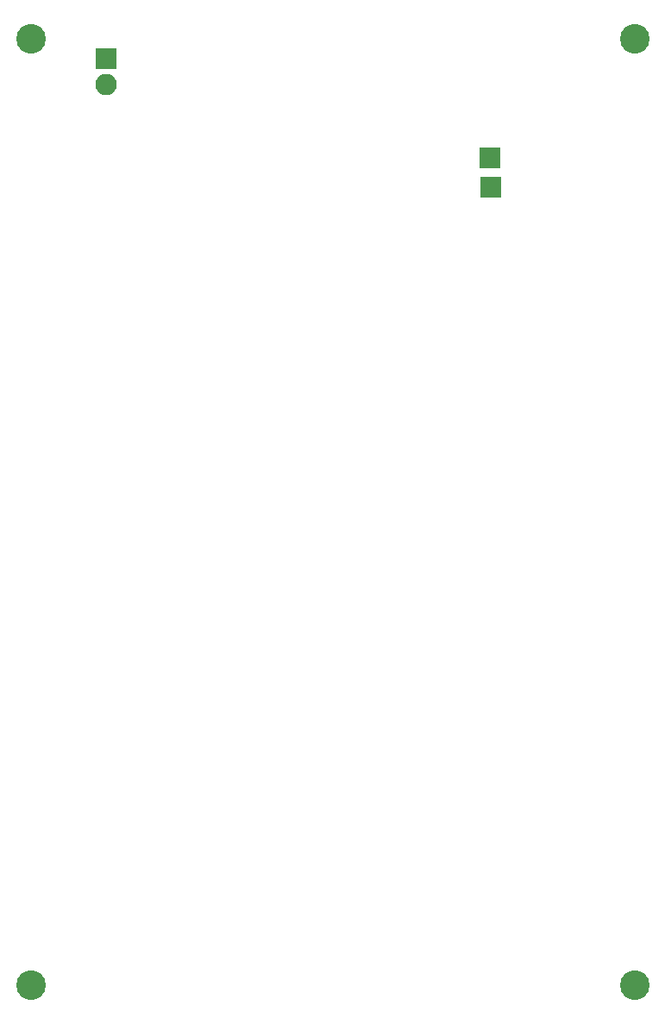
<source format=gbr>
G04 #@! TF.GenerationSoftware,KiCad,Pcbnew,(5.0.0-rc2-dev-491-g430239499)*
G04 #@! TF.CreationDate,2018-09-21T18:59:49-07:00*
G04 #@! TF.ProjectId,PCB_Rev3,5043425F526576332E6B696361645F70,rev?*
G04 #@! TF.SameCoordinates,Original*
G04 #@! TF.FileFunction,Soldermask,Bot*
G04 #@! TF.FilePolarity,Negative*
%FSLAX46Y46*%
G04 Gerber Fmt 4.6, Leading zero omitted, Abs format (unit mm)*
G04 Created by KiCad (PCBNEW (5.0.0-rc2-dev-491-g430239499)) date 09/21/18 18:59:49*
%MOMM*%
%LPD*%
G01*
G04 APERTURE LIST*
%ADD10R,2.100000X2.100000*%
%ADD11C,2.900000*%
%ADD12O,2.100000X2.100000*%
G04 APERTURE END LIST*
D10*
X182181500Y-64681100D03*
D11*
X137033000Y-143002000D03*
X137033000Y-50165000D03*
X196342000Y-50165000D03*
D12*
X144399000Y-54610000D03*
D10*
X144399000Y-52070000D03*
D11*
X196342000Y-143002000D03*
D10*
X182118000Y-61810900D03*
M02*

</source>
